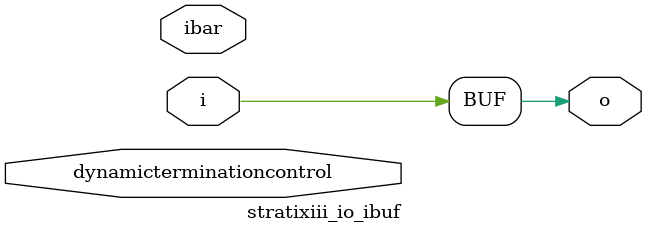
<source format=v>

module stratixiii_io_ibuf (
// INTERFACE BEGIN
    i,
    ibar,
    dynamicterminationcontrol,
    o
// INTERFACE END
);

//Simulation only parameter
parameter differential_mode = "false";
parameter bus_hold = "false";
parameter lpm_type = "stratixiii_io_ibuf";

//Input Ports Declaration
input i;
input ibar;
input dynamicterminationcontrol;

//Output Ports Declaration
output o;

// Internal signals

//IMPLEMENTATION BEGIN

assign o = i;

// IMPLEMENTATION END
endmodule
// MODEL END

</source>
